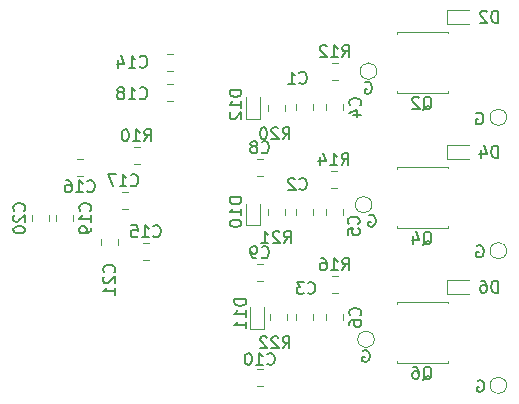
<source format=gbo>
G04 #@! TF.GenerationSoftware,KiCad,Pcbnew,(5.0.0)*
G04 #@! TF.CreationDate,2019-01-02T23:22:05-06:00*
G04 #@! TF.ProjectId,ESC_2Layer,4553435F324C617965722E6B69636164,rev?*
G04 #@! TF.SameCoordinates,PX2fc7720PY3944a50*
G04 #@! TF.FileFunction,Legend,Bot*
G04 #@! TF.FilePolarity,Positive*
%FSLAX46Y46*%
G04 Gerber Fmt 4.6, Leading zero omitted, Abs format (unit mm)*
G04 Created by KiCad (PCBNEW (5.0.0)) date 01/02/19 23:22:05*
%MOMM*%
%LPD*%
G01*
G04 APERTURE LIST*
%ADD10C,0.120000*%
%ADD11C,0.150000*%
G04 APERTURE END LIST*
D10*
G04 #@! TO.C,D6*
X43818000Y-24440000D02*
X41968000Y-24440000D01*
X43818000Y-25640000D02*
X41968000Y-25640000D01*
X41968000Y-25640000D02*
X41968000Y-24440000D01*
G04 #@! TO.C,D2*
X41968000Y-2780000D02*
X41968000Y-1580000D01*
X43818000Y-2780000D02*
X41968000Y-2780000D01*
X43818000Y-1580000D02*
X41968000Y-1580000D01*
G04 #@! TO.C,D4*
X41968000Y-14210000D02*
X41968000Y-13010000D01*
X43818000Y-14210000D02*
X41968000Y-14210000D01*
X43818000Y-13010000D02*
X41968000Y-13010000D01*
G04 #@! TO.C,Q4*
X37755000Y-20020000D02*
X37755000Y-19820000D01*
X42055000Y-20020000D02*
X37755000Y-20020000D01*
X42055000Y-19870000D02*
X42055000Y-20020000D01*
X42055000Y-14820000D02*
X42055000Y-14970000D01*
X37755000Y-14820000D02*
X42055000Y-14820000D01*
X37755000Y-15020000D02*
X37755000Y-14820000D01*
G04 #@! TO.C,Q6*
X37755000Y-31450000D02*
X37755000Y-31250000D01*
X42055000Y-31450000D02*
X37755000Y-31450000D01*
X42055000Y-31300000D02*
X42055000Y-31450000D01*
X42055000Y-26250000D02*
X42055000Y-26400000D01*
X37755000Y-26250000D02*
X42055000Y-26250000D01*
X37755000Y-26450000D02*
X37755000Y-26250000D01*
G04 #@! TO.C,Q2*
X37755000Y-3590000D02*
X37755000Y-3390000D01*
X37755000Y-3390000D02*
X42055000Y-3390000D01*
X42055000Y-3390000D02*
X42055000Y-3540000D01*
X42055000Y-8440000D02*
X42055000Y-8590000D01*
X42055000Y-8590000D02*
X37755000Y-8590000D01*
X37755000Y-8590000D02*
X37755000Y-8390000D01*
G04 #@! TO.C,C16*
X10601422Y-14170000D02*
X11118578Y-14170000D01*
X10601422Y-15590000D02*
X11118578Y-15590000D01*
G04 #@! TO.C,C8*
X26358578Y-14170000D02*
X25841422Y-14170000D01*
X26358578Y-15590000D02*
X25841422Y-15590000D01*
G04 #@! TO.C,C2*
X29200000Y-18948578D02*
X29200000Y-18431422D01*
X30620000Y-18948578D02*
X30620000Y-18431422D01*
G04 #@! TO.C,C18*
X18738578Y-7820000D02*
X18221422Y-7820000D01*
X18738578Y-9240000D02*
X18221422Y-9240000D01*
G04 #@! TO.C,C19*
X8880000Y-19456578D02*
X8880000Y-18939422D01*
X10300000Y-19456578D02*
X10300000Y-18939422D01*
G04 #@! TO.C,C20*
X8268000Y-19456578D02*
X8268000Y-18939422D01*
X6848000Y-19456578D02*
X6848000Y-18939422D01*
G04 #@! TO.C,C21*
X12690000Y-21488578D02*
X12690000Y-20971422D01*
X14110000Y-21488578D02*
X14110000Y-20971422D01*
G04 #@! TO.C,C6*
X33160000Y-27838578D02*
X33160000Y-27321422D01*
X31740000Y-27838578D02*
X31740000Y-27321422D01*
G04 #@! TO.C,C5*
X31740000Y-18948578D02*
X31740000Y-18431422D01*
X33160000Y-18948578D02*
X33160000Y-18431422D01*
G04 #@! TO.C,C4*
X33160000Y-10058578D02*
X33160000Y-9541422D01*
X31740000Y-10058578D02*
X31740000Y-9541422D01*
G04 #@! TO.C,C1*
X29200000Y-10058578D02*
X29200000Y-9541422D01*
X30620000Y-10058578D02*
X30620000Y-9541422D01*
G04 #@! TO.C,C17*
X14928578Y-16964000D02*
X14411422Y-16964000D01*
X14928578Y-18384000D02*
X14411422Y-18384000D01*
G04 #@! TO.C,C9*
X26358578Y-24480000D02*
X25841422Y-24480000D01*
X26358578Y-23060000D02*
X25841422Y-23060000D01*
G04 #@! TO.C,C10*
X26358578Y-31950000D02*
X25841422Y-31950000D01*
X26358578Y-33370000D02*
X25841422Y-33370000D01*
G04 #@! TO.C,C14*
X18221422Y-6700000D02*
X18738578Y-6700000D01*
X18221422Y-5280000D02*
X18738578Y-5280000D01*
G04 #@! TO.C,C3*
X29200000Y-27838578D02*
X29200000Y-27321422D01*
X30620000Y-27838578D02*
X30620000Y-27321422D01*
G04 #@! TO.C,C15*
X16706578Y-21282000D02*
X16189422Y-21282000D01*
X16706578Y-22702000D02*
X16189422Y-22702000D01*
G04 #@! TO.C,R16*
X32708578Y-25496000D02*
X32191422Y-25496000D01*
X32708578Y-24076000D02*
X32191422Y-24076000D01*
G04 #@! TO.C,R12*
X32708578Y-7462000D02*
X32191422Y-7462000D01*
X32708578Y-6042000D02*
X32191422Y-6042000D01*
G04 #@! TO.C,R10*
X15944578Y-14574000D02*
X15427422Y-14574000D01*
X15944578Y-13154000D02*
X15427422Y-13154000D01*
G04 #@! TO.C,R14*
X32642577Y-15186000D02*
X32125421Y-15186000D01*
X32642577Y-16606000D02*
X32125421Y-16606000D01*
G04 #@! TO.C,D10*
X26100000Y-19800000D02*
X24900000Y-19800000D01*
X26100000Y-17950000D02*
X26100000Y-19800000D01*
X24900000Y-17950000D02*
X24900000Y-19800000D01*
G04 #@! TO.C,D11*
X25300000Y-26750000D02*
X25300000Y-28600000D01*
X26500000Y-26750000D02*
X26500000Y-28600000D01*
X26500000Y-28600000D02*
X25300000Y-28600000D01*
G04 #@! TO.C,D12*
X24900000Y-8950000D02*
X24900000Y-10800000D01*
X26100000Y-8950000D02*
X26100000Y-10800000D01*
X26100000Y-10800000D02*
X24900000Y-10800000D01*
G04 #@! TO.C,R20*
X28210000Y-9591422D02*
X28210000Y-10108578D01*
X26790000Y-9591422D02*
X26790000Y-10108578D01*
G04 #@! TO.C,R21*
X26790000Y-18391422D02*
X26790000Y-18908578D01*
X28210000Y-18391422D02*
X28210000Y-18908578D01*
G04 #@! TO.C,R22*
X26990000Y-27291422D02*
X26990000Y-27808578D01*
X28410000Y-27291422D02*
X28410000Y-27808578D01*
G04 #@! TO.C,G*
X36000000Y-6750000D02*
G75*
G03X36000000Y-6750000I-700000J0D01*
G01*
X35600000Y-18050000D02*
G75*
G03X35600000Y-18050000I-700000J0D01*
G01*
X35800000Y-29450000D02*
G75*
G03X35800000Y-29450000I-700000J0D01*
G01*
X47000000Y-10650000D02*
G75*
G03X47000000Y-10650000I-700000J0D01*
G01*
X47000000Y-21950000D02*
G75*
G03X47000000Y-21950000I-700000J0D01*
G01*
X47000000Y-33350000D02*
G75*
G03X47000000Y-33350000I-700000J0D01*
G01*
G04 #@! TO.C,D6*
D11*
X46269095Y-25492380D02*
X46269095Y-24492380D01*
X46031000Y-24492380D01*
X45888142Y-24540000D01*
X45792904Y-24635238D01*
X45745285Y-24730476D01*
X45697666Y-24920952D01*
X45697666Y-25063809D01*
X45745285Y-25254285D01*
X45792904Y-25349523D01*
X45888142Y-25444761D01*
X46031000Y-25492380D01*
X46269095Y-25492380D01*
X44840523Y-24492380D02*
X45031000Y-24492380D01*
X45126238Y-24540000D01*
X45173857Y-24587619D01*
X45269095Y-24730476D01*
X45316714Y-24920952D01*
X45316714Y-25301904D01*
X45269095Y-25397142D01*
X45221476Y-25444761D01*
X45126238Y-25492380D01*
X44935761Y-25492380D01*
X44840523Y-25444761D01*
X44792904Y-25397142D01*
X44745285Y-25301904D01*
X44745285Y-25063809D01*
X44792904Y-24968571D01*
X44840523Y-24920952D01*
X44935761Y-24873333D01*
X45126238Y-24873333D01*
X45221476Y-24920952D01*
X45269095Y-24968571D01*
X45316714Y-25063809D01*
G04 #@! TO.C,D2*
X46269095Y-2632380D02*
X46269095Y-1632380D01*
X46031000Y-1632380D01*
X45888142Y-1680000D01*
X45792904Y-1775238D01*
X45745285Y-1870476D01*
X45697666Y-2060952D01*
X45697666Y-2203809D01*
X45745285Y-2394285D01*
X45792904Y-2489523D01*
X45888142Y-2584761D01*
X46031000Y-2632380D01*
X46269095Y-2632380D01*
X45316714Y-1727619D02*
X45269095Y-1680000D01*
X45173857Y-1632380D01*
X44935761Y-1632380D01*
X44840523Y-1680000D01*
X44792904Y-1727619D01*
X44745285Y-1822857D01*
X44745285Y-1918095D01*
X44792904Y-2060952D01*
X45364333Y-2632380D01*
X44745285Y-2632380D01*
G04 #@! TO.C,D4*
X46269095Y-14062380D02*
X46269095Y-13062380D01*
X46031000Y-13062380D01*
X45888142Y-13110000D01*
X45792904Y-13205238D01*
X45745285Y-13300476D01*
X45697666Y-13490952D01*
X45697666Y-13633809D01*
X45745285Y-13824285D01*
X45792904Y-13919523D01*
X45888142Y-14014761D01*
X46031000Y-14062380D01*
X46269095Y-14062380D01*
X44840523Y-13395714D02*
X44840523Y-14062380D01*
X45078619Y-13014761D02*
X45316714Y-13729047D01*
X44697666Y-13729047D01*
G04 #@! TO.C,Q4*
X39920238Y-21447619D02*
X40015476Y-21400000D01*
X40110714Y-21304761D01*
X40253571Y-21161904D01*
X40348809Y-21114285D01*
X40444047Y-21114285D01*
X40396428Y-21352380D02*
X40491666Y-21304761D01*
X40586904Y-21209523D01*
X40634523Y-21019047D01*
X40634523Y-20685714D01*
X40586904Y-20495238D01*
X40491666Y-20400000D01*
X40396428Y-20352380D01*
X40205952Y-20352380D01*
X40110714Y-20400000D01*
X40015476Y-20495238D01*
X39967857Y-20685714D01*
X39967857Y-21019047D01*
X40015476Y-21209523D01*
X40110714Y-21304761D01*
X40205952Y-21352380D01*
X40396428Y-21352380D01*
X39110714Y-20685714D02*
X39110714Y-21352380D01*
X39348809Y-20304761D02*
X39586904Y-21019047D01*
X38967857Y-21019047D01*
G04 #@! TO.C,Q6*
X39920238Y-32877619D02*
X40015476Y-32830000D01*
X40110714Y-32734761D01*
X40253571Y-32591904D01*
X40348809Y-32544285D01*
X40444047Y-32544285D01*
X40396428Y-32782380D02*
X40491666Y-32734761D01*
X40586904Y-32639523D01*
X40634523Y-32449047D01*
X40634523Y-32115714D01*
X40586904Y-31925238D01*
X40491666Y-31830000D01*
X40396428Y-31782380D01*
X40205952Y-31782380D01*
X40110714Y-31830000D01*
X40015476Y-31925238D01*
X39967857Y-32115714D01*
X39967857Y-32449047D01*
X40015476Y-32639523D01*
X40110714Y-32734761D01*
X40205952Y-32782380D01*
X40396428Y-32782380D01*
X39110714Y-31782380D02*
X39301190Y-31782380D01*
X39396428Y-31830000D01*
X39444047Y-31877619D01*
X39539285Y-32020476D01*
X39586904Y-32210952D01*
X39586904Y-32591904D01*
X39539285Y-32687142D01*
X39491666Y-32734761D01*
X39396428Y-32782380D01*
X39205952Y-32782380D01*
X39110714Y-32734761D01*
X39063095Y-32687142D01*
X39015476Y-32591904D01*
X39015476Y-32353809D01*
X39063095Y-32258571D01*
X39110714Y-32210952D01*
X39205952Y-32163333D01*
X39396428Y-32163333D01*
X39491666Y-32210952D01*
X39539285Y-32258571D01*
X39586904Y-32353809D01*
G04 #@! TO.C,Q2*
X39920238Y-10017619D02*
X40015476Y-9970000D01*
X40110714Y-9874761D01*
X40253571Y-9731904D01*
X40348809Y-9684285D01*
X40444047Y-9684285D01*
X40396428Y-9922380D02*
X40491666Y-9874761D01*
X40586904Y-9779523D01*
X40634523Y-9589047D01*
X40634523Y-9255714D01*
X40586904Y-9065238D01*
X40491666Y-8970000D01*
X40396428Y-8922380D01*
X40205952Y-8922380D01*
X40110714Y-8970000D01*
X40015476Y-9065238D01*
X39967857Y-9255714D01*
X39967857Y-9589047D01*
X40015476Y-9779523D01*
X40110714Y-9874761D01*
X40205952Y-9922380D01*
X40396428Y-9922380D01*
X39586904Y-9017619D02*
X39539285Y-8970000D01*
X39444047Y-8922380D01*
X39205952Y-8922380D01*
X39110714Y-8970000D01*
X39063095Y-9017619D01*
X39015476Y-9112857D01*
X39015476Y-9208095D01*
X39063095Y-9350952D01*
X39634523Y-9922380D01*
X39015476Y-9922380D01*
G04 #@! TO.C,C16*
X11502857Y-16887142D02*
X11550476Y-16934761D01*
X11693333Y-16982380D01*
X11788571Y-16982380D01*
X11931428Y-16934761D01*
X12026666Y-16839523D01*
X12074285Y-16744285D01*
X12121904Y-16553809D01*
X12121904Y-16410952D01*
X12074285Y-16220476D01*
X12026666Y-16125238D01*
X11931428Y-16030000D01*
X11788571Y-15982380D01*
X11693333Y-15982380D01*
X11550476Y-16030000D01*
X11502857Y-16077619D01*
X10550476Y-16982380D02*
X11121904Y-16982380D01*
X10836190Y-16982380D02*
X10836190Y-15982380D01*
X10931428Y-16125238D01*
X11026666Y-16220476D01*
X11121904Y-16268095D01*
X9693333Y-15982380D02*
X9883809Y-15982380D01*
X9979047Y-16030000D01*
X10026666Y-16077619D01*
X10121904Y-16220476D01*
X10169523Y-16410952D01*
X10169523Y-16791904D01*
X10121904Y-16887142D01*
X10074285Y-16934761D01*
X9979047Y-16982380D01*
X9788571Y-16982380D01*
X9693333Y-16934761D01*
X9645714Y-16887142D01*
X9598095Y-16791904D01*
X9598095Y-16553809D01*
X9645714Y-16458571D01*
X9693333Y-16410952D01*
X9788571Y-16363333D01*
X9979047Y-16363333D01*
X10074285Y-16410952D01*
X10121904Y-16458571D01*
X10169523Y-16553809D01*
G04 #@! TO.C,C8*
X26266666Y-13587142D02*
X26314285Y-13634761D01*
X26457142Y-13682380D01*
X26552380Y-13682380D01*
X26695238Y-13634761D01*
X26790476Y-13539523D01*
X26838095Y-13444285D01*
X26885714Y-13253809D01*
X26885714Y-13110952D01*
X26838095Y-12920476D01*
X26790476Y-12825238D01*
X26695238Y-12730000D01*
X26552380Y-12682380D01*
X26457142Y-12682380D01*
X26314285Y-12730000D01*
X26266666Y-12777619D01*
X25695238Y-13110952D02*
X25790476Y-13063333D01*
X25838095Y-13015714D01*
X25885714Y-12920476D01*
X25885714Y-12872857D01*
X25838095Y-12777619D01*
X25790476Y-12730000D01*
X25695238Y-12682380D01*
X25504761Y-12682380D01*
X25409523Y-12730000D01*
X25361904Y-12777619D01*
X25314285Y-12872857D01*
X25314285Y-12920476D01*
X25361904Y-13015714D01*
X25409523Y-13063333D01*
X25504761Y-13110952D01*
X25695238Y-13110952D01*
X25790476Y-13158571D01*
X25838095Y-13206190D01*
X25885714Y-13301428D01*
X25885714Y-13491904D01*
X25838095Y-13587142D01*
X25790476Y-13634761D01*
X25695238Y-13682380D01*
X25504761Y-13682380D01*
X25409523Y-13634761D01*
X25361904Y-13587142D01*
X25314285Y-13491904D01*
X25314285Y-13301428D01*
X25361904Y-13206190D01*
X25409523Y-13158571D01*
X25504761Y-13110952D01*
G04 #@! TO.C,C2*
X29466666Y-16707142D02*
X29514285Y-16754761D01*
X29657142Y-16802380D01*
X29752380Y-16802380D01*
X29895238Y-16754761D01*
X29990476Y-16659523D01*
X30038095Y-16564285D01*
X30085714Y-16373809D01*
X30085714Y-16230952D01*
X30038095Y-16040476D01*
X29990476Y-15945238D01*
X29895238Y-15850000D01*
X29752380Y-15802380D01*
X29657142Y-15802380D01*
X29514285Y-15850000D01*
X29466666Y-15897619D01*
X29085714Y-15897619D02*
X29038095Y-15850000D01*
X28942857Y-15802380D01*
X28704761Y-15802380D01*
X28609523Y-15850000D01*
X28561904Y-15897619D01*
X28514285Y-15992857D01*
X28514285Y-16088095D01*
X28561904Y-16230952D01*
X29133333Y-16802380D01*
X28514285Y-16802380D01*
G04 #@! TO.C,C18*
X15947857Y-9014142D02*
X15995476Y-9061761D01*
X16138333Y-9109380D01*
X16233571Y-9109380D01*
X16376428Y-9061761D01*
X16471666Y-8966523D01*
X16519285Y-8871285D01*
X16566904Y-8680809D01*
X16566904Y-8537952D01*
X16519285Y-8347476D01*
X16471666Y-8252238D01*
X16376428Y-8157000D01*
X16233571Y-8109380D01*
X16138333Y-8109380D01*
X15995476Y-8157000D01*
X15947857Y-8204619D01*
X14995476Y-9109380D02*
X15566904Y-9109380D01*
X15281190Y-9109380D02*
X15281190Y-8109380D01*
X15376428Y-8252238D01*
X15471666Y-8347476D01*
X15566904Y-8395095D01*
X14424047Y-8537952D02*
X14519285Y-8490333D01*
X14566904Y-8442714D01*
X14614523Y-8347476D01*
X14614523Y-8299857D01*
X14566904Y-8204619D01*
X14519285Y-8157000D01*
X14424047Y-8109380D01*
X14233571Y-8109380D01*
X14138333Y-8157000D01*
X14090714Y-8204619D01*
X14043095Y-8299857D01*
X14043095Y-8347476D01*
X14090714Y-8442714D01*
X14138333Y-8490333D01*
X14233571Y-8537952D01*
X14424047Y-8537952D01*
X14519285Y-8585571D01*
X14566904Y-8633190D01*
X14614523Y-8728428D01*
X14614523Y-8918904D01*
X14566904Y-9014142D01*
X14519285Y-9061761D01*
X14424047Y-9109380D01*
X14233571Y-9109380D01*
X14138333Y-9061761D01*
X14090714Y-9014142D01*
X14043095Y-8918904D01*
X14043095Y-8728428D01*
X14090714Y-8633190D01*
X14138333Y-8585571D01*
X14233571Y-8537952D01*
G04 #@! TO.C,C19*
X11725142Y-18555142D02*
X11772761Y-18507523D01*
X11820380Y-18364666D01*
X11820380Y-18269428D01*
X11772761Y-18126571D01*
X11677523Y-18031333D01*
X11582285Y-17983714D01*
X11391809Y-17936095D01*
X11248952Y-17936095D01*
X11058476Y-17983714D01*
X10963238Y-18031333D01*
X10868000Y-18126571D01*
X10820380Y-18269428D01*
X10820380Y-18364666D01*
X10868000Y-18507523D01*
X10915619Y-18555142D01*
X11820380Y-19507523D02*
X11820380Y-18936095D01*
X11820380Y-19221809D02*
X10820380Y-19221809D01*
X10963238Y-19126571D01*
X11058476Y-19031333D01*
X11106095Y-18936095D01*
X11820380Y-19983714D02*
X11820380Y-20174190D01*
X11772761Y-20269428D01*
X11725142Y-20317047D01*
X11582285Y-20412285D01*
X11391809Y-20459904D01*
X11010857Y-20459904D01*
X10915619Y-20412285D01*
X10868000Y-20364666D01*
X10820380Y-20269428D01*
X10820380Y-20078952D01*
X10868000Y-19983714D01*
X10915619Y-19936095D01*
X11010857Y-19888476D01*
X11248952Y-19888476D01*
X11344190Y-19936095D01*
X11391809Y-19983714D01*
X11439428Y-20078952D01*
X11439428Y-20269428D01*
X11391809Y-20364666D01*
X11344190Y-20412285D01*
X11248952Y-20459904D01*
G04 #@! TO.C,C20*
X6137142Y-18555142D02*
X6184761Y-18507523D01*
X6232380Y-18364666D01*
X6232380Y-18269428D01*
X6184761Y-18126571D01*
X6089523Y-18031333D01*
X5994285Y-17983714D01*
X5803809Y-17936095D01*
X5660952Y-17936095D01*
X5470476Y-17983714D01*
X5375238Y-18031333D01*
X5280000Y-18126571D01*
X5232380Y-18269428D01*
X5232380Y-18364666D01*
X5280000Y-18507523D01*
X5327619Y-18555142D01*
X5327619Y-18936095D02*
X5280000Y-18983714D01*
X5232380Y-19078952D01*
X5232380Y-19317047D01*
X5280000Y-19412285D01*
X5327619Y-19459904D01*
X5422857Y-19507523D01*
X5518095Y-19507523D01*
X5660952Y-19459904D01*
X6232380Y-18888476D01*
X6232380Y-19507523D01*
X5232380Y-20126571D02*
X5232380Y-20221809D01*
X5280000Y-20317047D01*
X5327619Y-20364666D01*
X5422857Y-20412285D01*
X5613333Y-20459904D01*
X5851428Y-20459904D01*
X6041904Y-20412285D01*
X6137142Y-20364666D01*
X6184761Y-20317047D01*
X6232380Y-20221809D01*
X6232380Y-20126571D01*
X6184761Y-20031333D01*
X6137142Y-19983714D01*
X6041904Y-19936095D01*
X5851428Y-19888476D01*
X5613333Y-19888476D01*
X5422857Y-19936095D01*
X5327619Y-19983714D01*
X5280000Y-20031333D01*
X5232380Y-20126571D01*
G04 #@! TO.C,C21*
X13757142Y-23762142D02*
X13804761Y-23714523D01*
X13852380Y-23571666D01*
X13852380Y-23476428D01*
X13804761Y-23333571D01*
X13709523Y-23238333D01*
X13614285Y-23190714D01*
X13423809Y-23143095D01*
X13280952Y-23143095D01*
X13090476Y-23190714D01*
X12995238Y-23238333D01*
X12900000Y-23333571D01*
X12852380Y-23476428D01*
X12852380Y-23571666D01*
X12900000Y-23714523D01*
X12947619Y-23762142D01*
X12947619Y-24143095D02*
X12900000Y-24190714D01*
X12852380Y-24285952D01*
X12852380Y-24524047D01*
X12900000Y-24619285D01*
X12947619Y-24666904D01*
X13042857Y-24714523D01*
X13138095Y-24714523D01*
X13280952Y-24666904D01*
X13852380Y-24095476D01*
X13852380Y-24714523D01*
X13852380Y-25666904D02*
X13852380Y-25095476D01*
X13852380Y-25381190D02*
X12852380Y-25381190D01*
X12995238Y-25285952D01*
X13090476Y-25190714D01*
X13138095Y-25095476D01*
G04 #@! TO.C,C6*
X34585142Y-27413333D02*
X34632761Y-27365714D01*
X34680380Y-27222857D01*
X34680380Y-27127619D01*
X34632761Y-26984761D01*
X34537523Y-26889523D01*
X34442285Y-26841904D01*
X34251809Y-26794285D01*
X34108952Y-26794285D01*
X33918476Y-26841904D01*
X33823238Y-26889523D01*
X33728000Y-26984761D01*
X33680380Y-27127619D01*
X33680380Y-27222857D01*
X33728000Y-27365714D01*
X33775619Y-27413333D01*
X33680380Y-28270476D02*
X33680380Y-28080000D01*
X33728000Y-27984761D01*
X33775619Y-27937142D01*
X33918476Y-27841904D01*
X34108952Y-27794285D01*
X34489904Y-27794285D01*
X34585142Y-27841904D01*
X34632761Y-27889523D01*
X34680380Y-27984761D01*
X34680380Y-28175238D01*
X34632761Y-28270476D01*
X34585142Y-28318095D01*
X34489904Y-28365714D01*
X34251809Y-28365714D01*
X34156571Y-28318095D01*
X34108952Y-28270476D01*
X34061333Y-28175238D01*
X34061333Y-27984761D01*
X34108952Y-27889523D01*
X34156571Y-27841904D01*
X34251809Y-27794285D01*
G04 #@! TO.C,C5*
X34457142Y-19683333D02*
X34504761Y-19635714D01*
X34552380Y-19492857D01*
X34552380Y-19397619D01*
X34504761Y-19254761D01*
X34409523Y-19159523D01*
X34314285Y-19111904D01*
X34123809Y-19064285D01*
X33980952Y-19064285D01*
X33790476Y-19111904D01*
X33695238Y-19159523D01*
X33600000Y-19254761D01*
X33552380Y-19397619D01*
X33552380Y-19492857D01*
X33600000Y-19635714D01*
X33647619Y-19683333D01*
X33552380Y-20588095D02*
X33552380Y-20111904D01*
X34028571Y-20064285D01*
X33980952Y-20111904D01*
X33933333Y-20207142D01*
X33933333Y-20445238D01*
X33980952Y-20540476D01*
X34028571Y-20588095D01*
X34123809Y-20635714D01*
X34361904Y-20635714D01*
X34457142Y-20588095D01*
X34504761Y-20540476D01*
X34552380Y-20445238D01*
X34552380Y-20207142D01*
X34504761Y-20111904D01*
X34457142Y-20064285D01*
G04 #@! TO.C,C4*
X34585142Y-9633333D02*
X34632761Y-9585714D01*
X34680380Y-9442857D01*
X34680380Y-9347619D01*
X34632761Y-9204761D01*
X34537523Y-9109523D01*
X34442285Y-9061904D01*
X34251809Y-9014285D01*
X34108952Y-9014285D01*
X33918476Y-9061904D01*
X33823238Y-9109523D01*
X33728000Y-9204761D01*
X33680380Y-9347619D01*
X33680380Y-9442857D01*
X33728000Y-9585714D01*
X33775619Y-9633333D01*
X34013714Y-10490476D02*
X34680380Y-10490476D01*
X33632761Y-10252380D02*
X34347047Y-10014285D01*
X34347047Y-10633333D01*
G04 #@! TO.C,C1*
X29466666Y-7707142D02*
X29514285Y-7754761D01*
X29657142Y-7802380D01*
X29752380Y-7802380D01*
X29895238Y-7754761D01*
X29990476Y-7659523D01*
X30038095Y-7564285D01*
X30085714Y-7373809D01*
X30085714Y-7230952D01*
X30038095Y-7040476D01*
X29990476Y-6945238D01*
X29895238Y-6850000D01*
X29752380Y-6802380D01*
X29657142Y-6802380D01*
X29514285Y-6850000D01*
X29466666Y-6897619D01*
X28514285Y-7802380D02*
X29085714Y-7802380D01*
X28800000Y-7802380D02*
X28800000Y-6802380D01*
X28895238Y-6945238D01*
X28990476Y-7040476D01*
X29085714Y-7088095D01*
G04 #@! TO.C,C17*
X15185857Y-16380142D02*
X15233476Y-16427761D01*
X15376333Y-16475380D01*
X15471571Y-16475380D01*
X15614428Y-16427761D01*
X15709666Y-16332523D01*
X15757285Y-16237285D01*
X15804904Y-16046809D01*
X15804904Y-15903952D01*
X15757285Y-15713476D01*
X15709666Y-15618238D01*
X15614428Y-15523000D01*
X15471571Y-15475380D01*
X15376333Y-15475380D01*
X15233476Y-15523000D01*
X15185857Y-15570619D01*
X14233476Y-16475380D02*
X14804904Y-16475380D01*
X14519190Y-16475380D02*
X14519190Y-15475380D01*
X14614428Y-15618238D01*
X14709666Y-15713476D01*
X14804904Y-15761095D01*
X13900142Y-15475380D02*
X13233476Y-15475380D01*
X13662047Y-16475380D01*
G04 #@! TO.C,C9*
X26266666Y-22477142D02*
X26314285Y-22524761D01*
X26457142Y-22572380D01*
X26552380Y-22572380D01*
X26695238Y-22524761D01*
X26790476Y-22429523D01*
X26838095Y-22334285D01*
X26885714Y-22143809D01*
X26885714Y-22000952D01*
X26838095Y-21810476D01*
X26790476Y-21715238D01*
X26695238Y-21620000D01*
X26552380Y-21572380D01*
X26457142Y-21572380D01*
X26314285Y-21620000D01*
X26266666Y-21667619D01*
X25790476Y-22572380D02*
X25600000Y-22572380D01*
X25504761Y-22524761D01*
X25457142Y-22477142D01*
X25361904Y-22334285D01*
X25314285Y-22143809D01*
X25314285Y-21762857D01*
X25361904Y-21667619D01*
X25409523Y-21620000D01*
X25504761Y-21572380D01*
X25695238Y-21572380D01*
X25790476Y-21620000D01*
X25838095Y-21667619D01*
X25885714Y-21762857D01*
X25885714Y-22000952D01*
X25838095Y-22096190D01*
X25790476Y-22143809D01*
X25695238Y-22191428D01*
X25504761Y-22191428D01*
X25409523Y-22143809D01*
X25361904Y-22096190D01*
X25314285Y-22000952D01*
G04 #@! TO.C,C10*
X26742857Y-31507142D02*
X26790476Y-31554761D01*
X26933333Y-31602380D01*
X27028571Y-31602380D01*
X27171428Y-31554761D01*
X27266666Y-31459523D01*
X27314285Y-31364285D01*
X27361904Y-31173809D01*
X27361904Y-31030952D01*
X27314285Y-30840476D01*
X27266666Y-30745238D01*
X27171428Y-30650000D01*
X27028571Y-30602380D01*
X26933333Y-30602380D01*
X26790476Y-30650000D01*
X26742857Y-30697619D01*
X25790476Y-31602380D02*
X26361904Y-31602380D01*
X26076190Y-31602380D02*
X26076190Y-30602380D01*
X26171428Y-30745238D01*
X26266666Y-30840476D01*
X26361904Y-30888095D01*
X25171428Y-30602380D02*
X25076190Y-30602380D01*
X24980952Y-30650000D01*
X24933333Y-30697619D01*
X24885714Y-30792857D01*
X24838095Y-30983333D01*
X24838095Y-31221428D01*
X24885714Y-31411904D01*
X24933333Y-31507142D01*
X24980952Y-31554761D01*
X25076190Y-31602380D01*
X25171428Y-31602380D01*
X25266666Y-31554761D01*
X25314285Y-31507142D01*
X25361904Y-31411904D01*
X25409523Y-31221428D01*
X25409523Y-30983333D01*
X25361904Y-30792857D01*
X25314285Y-30697619D01*
X25266666Y-30650000D01*
X25171428Y-30602380D01*
G04 #@! TO.C,C14*
X15947857Y-6347142D02*
X15995476Y-6394761D01*
X16138333Y-6442380D01*
X16233571Y-6442380D01*
X16376428Y-6394761D01*
X16471666Y-6299523D01*
X16519285Y-6204285D01*
X16566904Y-6013809D01*
X16566904Y-5870952D01*
X16519285Y-5680476D01*
X16471666Y-5585238D01*
X16376428Y-5490000D01*
X16233571Y-5442380D01*
X16138333Y-5442380D01*
X15995476Y-5490000D01*
X15947857Y-5537619D01*
X14995476Y-6442380D02*
X15566904Y-6442380D01*
X15281190Y-6442380D02*
X15281190Y-5442380D01*
X15376428Y-5585238D01*
X15471666Y-5680476D01*
X15566904Y-5728095D01*
X14138333Y-5775714D02*
X14138333Y-6442380D01*
X14376428Y-5394761D02*
X14614523Y-6109047D01*
X13995476Y-6109047D01*
G04 #@! TO.C,C3*
X30166666Y-25507142D02*
X30214285Y-25554761D01*
X30357142Y-25602380D01*
X30452380Y-25602380D01*
X30595238Y-25554761D01*
X30690476Y-25459523D01*
X30738095Y-25364285D01*
X30785714Y-25173809D01*
X30785714Y-25030952D01*
X30738095Y-24840476D01*
X30690476Y-24745238D01*
X30595238Y-24650000D01*
X30452380Y-24602380D01*
X30357142Y-24602380D01*
X30214285Y-24650000D01*
X30166666Y-24697619D01*
X29833333Y-24602380D02*
X29214285Y-24602380D01*
X29547619Y-24983333D01*
X29404761Y-24983333D01*
X29309523Y-25030952D01*
X29261904Y-25078571D01*
X29214285Y-25173809D01*
X29214285Y-25411904D01*
X29261904Y-25507142D01*
X29309523Y-25554761D01*
X29404761Y-25602380D01*
X29690476Y-25602380D01*
X29785714Y-25554761D01*
X29833333Y-25507142D01*
G04 #@! TO.C,C15*
X17090857Y-20699142D02*
X17138476Y-20746761D01*
X17281333Y-20794380D01*
X17376571Y-20794380D01*
X17519428Y-20746761D01*
X17614666Y-20651523D01*
X17662285Y-20556285D01*
X17709904Y-20365809D01*
X17709904Y-20222952D01*
X17662285Y-20032476D01*
X17614666Y-19937238D01*
X17519428Y-19842000D01*
X17376571Y-19794380D01*
X17281333Y-19794380D01*
X17138476Y-19842000D01*
X17090857Y-19889619D01*
X16138476Y-20794380D02*
X16709904Y-20794380D01*
X16424190Y-20794380D02*
X16424190Y-19794380D01*
X16519428Y-19937238D01*
X16614666Y-20032476D01*
X16709904Y-20080095D01*
X15233714Y-19794380D02*
X15709904Y-19794380D01*
X15757523Y-20270571D01*
X15709904Y-20222952D01*
X15614666Y-20175333D01*
X15376571Y-20175333D01*
X15281333Y-20222952D01*
X15233714Y-20270571D01*
X15186095Y-20365809D01*
X15186095Y-20603904D01*
X15233714Y-20699142D01*
X15281333Y-20746761D01*
X15376571Y-20794380D01*
X15614666Y-20794380D01*
X15709904Y-20746761D01*
X15757523Y-20699142D01*
G04 #@! TO.C,R16*
X33092857Y-23588380D02*
X33426190Y-23112190D01*
X33664285Y-23588380D02*
X33664285Y-22588380D01*
X33283333Y-22588380D01*
X33188095Y-22636000D01*
X33140476Y-22683619D01*
X33092857Y-22778857D01*
X33092857Y-22921714D01*
X33140476Y-23016952D01*
X33188095Y-23064571D01*
X33283333Y-23112190D01*
X33664285Y-23112190D01*
X32140476Y-23588380D02*
X32711904Y-23588380D01*
X32426190Y-23588380D02*
X32426190Y-22588380D01*
X32521428Y-22731238D01*
X32616666Y-22826476D01*
X32711904Y-22874095D01*
X31283333Y-22588380D02*
X31473809Y-22588380D01*
X31569047Y-22636000D01*
X31616666Y-22683619D01*
X31711904Y-22826476D01*
X31759523Y-23016952D01*
X31759523Y-23397904D01*
X31711904Y-23493142D01*
X31664285Y-23540761D01*
X31569047Y-23588380D01*
X31378571Y-23588380D01*
X31283333Y-23540761D01*
X31235714Y-23493142D01*
X31188095Y-23397904D01*
X31188095Y-23159809D01*
X31235714Y-23064571D01*
X31283333Y-23016952D01*
X31378571Y-22969333D01*
X31569047Y-22969333D01*
X31664285Y-23016952D01*
X31711904Y-23064571D01*
X31759523Y-23159809D01*
G04 #@! TO.C,R12*
X33092857Y-5554380D02*
X33426190Y-5078190D01*
X33664285Y-5554380D02*
X33664285Y-4554380D01*
X33283333Y-4554380D01*
X33188095Y-4602000D01*
X33140476Y-4649619D01*
X33092857Y-4744857D01*
X33092857Y-4887714D01*
X33140476Y-4982952D01*
X33188095Y-5030571D01*
X33283333Y-5078190D01*
X33664285Y-5078190D01*
X32140476Y-5554380D02*
X32711904Y-5554380D01*
X32426190Y-5554380D02*
X32426190Y-4554380D01*
X32521428Y-4697238D01*
X32616666Y-4792476D01*
X32711904Y-4840095D01*
X31759523Y-4649619D02*
X31711904Y-4602000D01*
X31616666Y-4554380D01*
X31378571Y-4554380D01*
X31283333Y-4602000D01*
X31235714Y-4649619D01*
X31188095Y-4744857D01*
X31188095Y-4840095D01*
X31235714Y-4982952D01*
X31807142Y-5554380D01*
X31188095Y-5554380D01*
G04 #@! TO.C,R10*
X16328857Y-12666380D02*
X16662190Y-12190190D01*
X16900285Y-12666380D02*
X16900285Y-11666380D01*
X16519333Y-11666380D01*
X16424095Y-11714000D01*
X16376476Y-11761619D01*
X16328857Y-11856857D01*
X16328857Y-11999714D01*
X16376476Y-12094952D01*
X16424095Y-12142571D01*
X16519333Y-12190190D01*
X16900285Y-12190190D01*
X15376476Y-12666380D02*
X15947904Y-12666380D01*
X15662190Y-12666380D02*
X15662190Y-11666380D01*
X15757428Y-11809238D01*
X15852666Y-11904476D01*
X15947904Y-11952095D01*
X14757428Y-11666380D02*
X14662190Y-11666380D01*
X14566952Y-11714000D01*
X14519333Y-11761619D01*
X14471714Y-11856857D01*
X14424095Y-12047333D01*
X14424095Y-12285428D01*
X14471714Y-12475904D01*
X14519333Y-12571142D01*
X14566952Y-12618761D01*
X14662190Y-12666380D01*
X14757428Y-12666380D01*
X14852666Y-12618761D01*
X14900285Y-12571142D01*
X14947904Y-12475904D01*
X14995523Y-12285428D01*
X14995523Y-12047333D01*
X14947904Y-11856857D01*
X14900285Y-11761619D01*
X14852666Y-11714000D01*
X14757428Y-11666380D01*
G04 #@! TO.C,R14*
X33026856Y-14698380D02*
X33360189Y-14222190D01*
X33598284Y-14698380D02*
X33598284Y-13698380D01*
X33217332Y-13698380D01*
X33122094Y-13746000D01*
X33074475Y-13793619D01*
X33026856Y-13888857D01*
X33026856Y-14031714D01*
X33074475Y-14126952D01*
X33122094Y-14174571D01*
X33217332Y-14222190D01*
X33598284Y-14222190D01*
X32074475Y-14698380D02*
X32645903Y-14698380D01*
X32360189Y-14698380D02*
X32360189Y-13698380D01*
X32455427Y-13841238D01*
X32550665Y-13936476D01*
X32645903Y-13984095D01*
X31217332Y-14031714D02*
X31217332Y-14698380D01*
X31455427Y-13650761D02*
X31693522Y-14365047D01*
X31074475Y-14365047D01*
G04 #@! TO.C,D10*
X24552380Y-17435714D02*
X23552380Y-17435714D01*
X23552380Y-17673809D01*
X23600000Y-17816666D01*
X23695238Y-17911904D01*
X23790476Y-17959523D01*
X23980952Y-18007142D01*
X24123809Y-18007142D01*
X24314285Y-17959523D01*
X24409523Y-17911904D01*
X24504761Y-17816666D01*
X24552380Y-17673809D01*
X24552380Y-17435714D01*
X24552380Y-18959523D02*
X24552380Y-18388095D01*
X24552380Y-18673809D02*
X23552380Y-18673809D01*
X23695238Y-18578571D01*
X23790476Y-18483333D01*
X23838095Y-18388095D01*
X23552380Y-19578571D02*
X23552380Y-19673809D01*
X23600000Y-19769047D01*
X23647619Y-19816666D01*
X23742857Y-19864285D01*
X23933333Y-19911904D01*
X24171428Y-19911904D01*
X24361904Y-19864285D01*
X24457142Y-19816666D01*
X24504761Y-19769047D01*
X24552380Y-19673809D01*
X24552380Y-19578571D01*
X24504761Y-19483333D01*
X24457142Y-19435714D01*
X24361904Y-19388095D01*
X24171428Y-19340476D01*
X23933333Y-19340476D01*
X23742857Y-19388095D01*
X23647619Y-19435714D01*
X23600000Y-19483333D01*
X23552380Y-19578571D01*
G04 #@! TO.C,D11*
X24952380Y-26035714D02*
X23952380Y-26035714D01*
X23952380Y-26273809D01*
X24000000Y-26416666D01*
X24095238Y-26511904D01*
X24190476Y-26559523D01*
X24380952Y-26607142D01*
X24523809Y-26607142D01*
X24714285Y-26559523D01*
X24809523Y-26511904D01*
X24904761Y-26416666D01*
X24952380Y-26273809D01*
X24952380Y-26035714D01*
X24952380Y-27559523D02*
X24952380Y-26988095D01*
X24952380Y-27273809D02*
X23952380Y-27273809D01*
X24095238Y-27178571D01*
X24190476Y-27083333D01*
X24238095Y-26988095D01*
X24952380Y-28511904D02*
X24952380Y-27940476D01*
X24952380Y-28226190D02*
X23952380Y-28226190D01*
X24095238Y-28130952D01*
X24190476Y-28035714D01*
X24238095Y-27940476D01*
G04 #@! TO.C,D12*
X24552380Y-8335714D02*
X23552380Y-8335714D01*
X23552380Y-8573809D01*
X23600000Y-8716666D01*
X23695238Y-8811904D01*
X23790476Y-8859523D01*
X23980952Y-8907142D01*
X24123809Y-8907142D01*
X24314285Y-8859523D01*
X24409523Y-8811904D01*
X24504761Y-8716666D01*
X24552380Y-8573809D01*
X24552380Y-8335714D01*
X24552380Y-9859523D02*
X24552380Y-9288095D01*
X24552380Y-9573809D02*
X23552380Y-9573809D01*
X23695238Y-9478571D01*
X23790476Y-9383333D01*
X23838095Y-9288095D01*
X23647619Y-10240476D02*
X23600000Y-10288095D01*
X23552380Y-10383333D01*
X23552380Y-10621428D01*
X23600000Y-10716666D01*
X23647619Y-10764285D01*
X23742857Y-10811904D01*
X23838095Y-10811904D01*
X23980952Y-10764285D01*
X24552380Y-10192857D01*
X24552380Y-10811904D01*
G04 #@! TO.C,R20*
X28042857Y-12502380D02*
X28376190Y-12026190D01*
X28614285Y-12502380D02*
X28614285Y-11502380D01*
X28233333Y-11502380D01*
X28138095Y-11550000D01*
X28090476Y-11597619D01*
X28042857Y-11692857D01*
X28042857Y-11835714D01*
X28090476Y-11930952D01*
X28138095Y-11978571D01*
X28233333Y-12026190D01*
X28614285Y-12026190D01*
X27661904Y-11597619D02*
X27614285Y-11550000D01*
X27519047Y-11502380D01*
X27280952Y-11502380D01*
X27185714Y-11550000D01*
X27138095Y-11597619D01*
X27090476Y-11692857D01*
X27090476Y-11788095D01*
X27138095Y-11930952D01*
X27709523Y-12502380D01*
X27090476Y-12502380D01*
X26471428Y-11502380D02*
X26376190Y-11502380D01*
X26280952Y-11550000D01*
X26233333Y-11597619D01*
X26185714Y-11692857D01*
X26138095Y-11883333D01*
X26138095Y-12121428D01*
X26185714Y-12311904D01*
X26233333Y-12407142D01*
X26280952Y-12454761D01*
X26376190Y-12502380D01*
X26471428Y-12502380D01*
X26566666Y-12454761D01*
X26614285Y-12407142D01*
X26661904Y-12311904D01*
X26709523Y-12121428D01*
X26709523Y-11883333D01*
X26661904Y-11692857D01*
X26614285Y-11597619D01*
X26566666Y-11550000D01*
X26471428Y-11502380D01*
G04 #@! TO.C,R21*
X28142857Y-21302380D02*
X28476190Y-20826190D01*
X28714285Y-21302380D02*
X28714285Y-20302380D01*
X28333333Y-20302380D01*
X28238095Y-20350000D01*
X28190476Y-20397619D01*
X28142857Y-20492857D01*
X28142857Y-20635714D01*
X28190476Y-20730952D01*
X28238095Y-20778571D01*
X28333333Y-20826190D01*
X28714285Y-20826190D01*
X27761904Y-20397619D02*
X27714285Y-20350000D01*
X27619047Y-20302380D01*
X27380952Y-20302380D01*
X27285714Y-20350000D01*
X27238095Y-20397619D01*
X27190476Y-20492857D01*
X27190476Y-20588095D01*
X27238095Y-20730952D01*
X27809523Y-21302380D01*
X27190476Y-21302380D01*
X26238095Y-21302380D02*
X26809523Y-21302380D01*
X26523809Y-21302380D02*
X26523809Y-20302380D01*
X26619047Y-20445238D01*
X26714285Y-20540476D01*
X26809523Y-20588095D01*
G04 #@! TO.C,R22*
X28042857Y-30202380D02*
X28376190Y-29726190D01*
X28614285Y-30202380D02*
X28614285Y-29202380D01*
X28233333Y-29202380D01*
X28138095Y-29250000D01*
X28090476Y-29297619D01*
X28042857Y-29392857D01*
X28042857Y-29535714D01*
X28090476Y-29630952D01*
X28138095Y-29678571D01*
X28233333Y-29726190D01*
X28614285Y-29726190D01*
X27661904Y-29297619D02*
X27614285Y-29250000D01*
X27519047Y-29202380D01*
X27280952Y-29202380D01*
X27185714Y-29250000D01*
X27138095Y-29297619D01*
X27090476Y-29392857D01*
X27090476Y-29488095D01*
X27138095Y-29630952D01*
X27709523Y-30202380D01*
X27090476Y-30202380D01*
X26709523Y-29297619D02*
X26661904Y-29250000D01*
X26566666Y-29202380D01*
X26328571Y-29202380D01*
X26233333Y-29250000D01*
X26185714Y-29297619D01*
X26138095Y-29392857D01*
X26138095Y-29488095D01*
X26185714Y-29630952D01*
X26757142Y-30202380D01*
X26138095Y-30202380D01*
G04 #@! TO.C,G*
X35038095Y-7698000D02*
X35133333Y-7650380D01*
X35276190Y-7650380D01*
X35419047Y-7698000D01*
X35514285Y-7793238D01*
X35561904Y-7888476D01*
X35609523Y-8078952D01*
X35609523Y-8221809D01*
X35561904Y-8412285D01*
X35514285Y-8507523D01*
X35419047Y-8602761D01*
X35276190Y-8650380D01*
X35180952Y-8650380D01*
X35038095Y-8602761D01*
X34990476Y-8555142D01*
X34990476Y-8221809D01*
X35180952Y-8221809D01*
X35338095Y-18950000D02*
X35433333Y-18902380D01*
X35576190Y-18902380D01*
X35719047Y-18950000D01*
X35814285Y-19045238D01*
X35861904Y-19140476D01*
X35909523Y-19330952D01*
X35909523Y-19473809D01*
X35861904Y-19664285D01*
X35814285Y-19759523D01*
X35719047Y-19854761D01*
X35576190Y-19902380D01*
X35480952Y-19902380D01*
X35338095Y-19854761D01*
X35290476Y-19807142D01*
X35290476Y-19473809D01*
X35480952Y-19473809D01*
X34838095Y-30398000D02*
X34933333Y-30350380D01*
X35076190Y-30350380D01*
X35219047Y-30398000D01*
X35314285Y-30493238D01*
X35361904Y-30588476D01*
X35409523Y-30778952D01*
X35409523Y-30921809D01*
X35361904Y-31112285D01*
X35314285Y-31207523D01*
X35219047Y-31302761D01*
X35076190Y-31350380D01*
X34980952Y-31350380D01*
X34838095Y-31302761D01*
X34790476Y-31255142D01*
X34790476Y-30921809D01*
X34980952Y-30921809D01*
X44438095Y-10300000D02*
X44533333Y-10252380D01*
X44676190Y-10252380D01*
X44819047Y-10300000D01*
X44914285Y-10395238D01*
X44961904Y-10490476D01*
X45009523Y-10680952D01*
X45009523Y-10823809D01*
X44961904Y-11014285D01*
X44914285Y-11109523D01*
X44819047Y-11204761D01*
X44676190Y-11252380D01*
X44580952Y-11252380D01*
X44438095Y-11204761D01*
X44390476Y-11157142D01*
X44390476Y-10823809D01*
X44580952Y-10823809D01*
X44488095Y-21550000D02*
X44583333Y-21502380D01*
X44726190Y-21502380D01*
X44869047Y-21550000D01*
X44964285Y-21645238D01*
X45011904Y-21740476D01*
X45059523Y-21930952D01*
X45059523Y-22073809D01*
X45011904Y-22264285D01*
X44964285Y-22359523D01*
X44869047Y-22454761D01*
X44726190Y-22502380D01*
X44630952Y-22502380D01*
X44488095Y-22454761D01*
X44440476Y-22407142D01*
X44440476Y-22073809D01*
X44630952Y-22073809D01*
X44538095Y-32950000D02*
X44633333Y-32902380D01*
X44776190Y-32902380D01*
X44919047Y-32950000D01*
X45014285Y-33045238D01*
X45061904Y-33140476D01*
X45109523Y-33330952D01*
X45109523Y-33473809D01*
X45061904Y-33664285D01*
X45014285Y-33759523D01*
X44919047Y-33854761D01*
X44776190Y-33902380D01*
X44680952Y-33902380D01*
X44538095Y-33854761D01*
X44490476Y-33807142D01*
X44490476Y-33473809D01*
X44680952Y-33473809D01*
G04 #@! TD*
M02*

</source>
